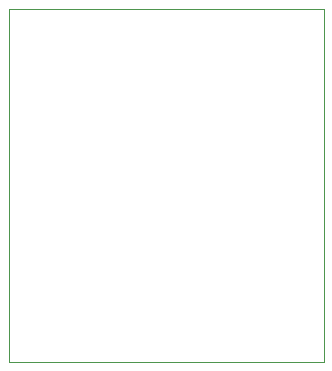
<source format=gbr>
%TF.GenerationSoftware,KiCad,Pcbnew,7.0.5*%
%TF.CreationDate,2024-10-08T16:21:25-04:00*%
%TF.ProjectId,74hc574_to_74ls273_converter,37346863-3537-4345-9f74-6f5f37346c73,rev?*%
%TF.SameCoordinates,Original*%
%TF.FileFunction,Profile,NP*%
%FSLAX46Y46*%
G04 Gerber Fmt 4.6, Leading zero omitted, Abs format (unit mm)*
G04 Created by KiCad (PCBNEW 7.0.5) date 2024-10-08 16:21:25*
%MOMM*%
%LPD*%
G01*
G04 APERTURE LIST*
%TA.AperFunction,Profile*%
%ADD10C,0.100000*%
%TD*%
G04 APERTURE END LIST*
D10*
X27085000Y-30480000D02*
X415000Y-30480000D01*
X415000Y-635000D01*
X27085000Y-635000D01*
X27085000Y-30480000D01*
M02*

</source>
